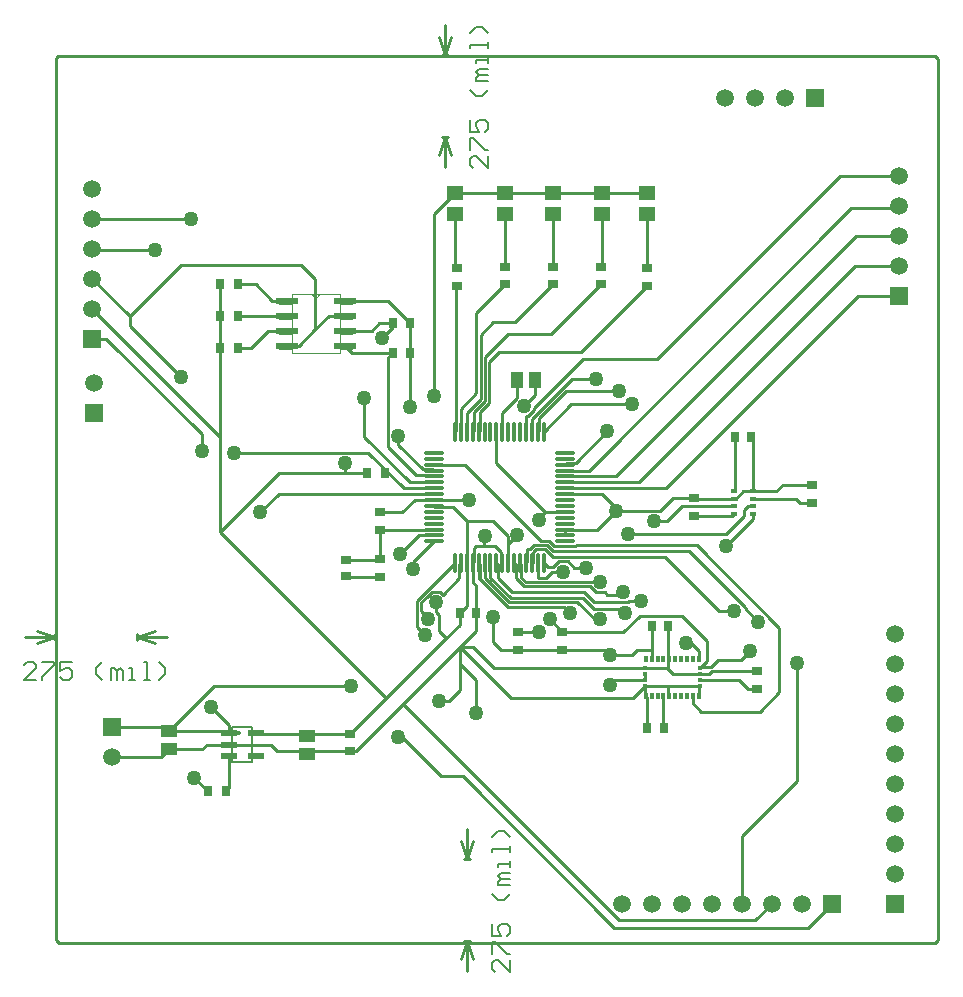
<source format=gtl>
G04*
G04 #@! TF.GenerationSoftware,Altium Limited,Altium Designer,18.1.7 (191)*
G04*
G04 Layer_Physical_Order=1*
G04 Layer_Color=255*
%FSLAX25Y25*%
%MOIN*%
G70*
G01*
G75*
%ADD13C,0.01181*%
%ADD15C,0.00600*%
%ADD16C,0.00500*%
%ADD17C,0.01000*%
%ADD18C,0.00000*%
%ADD19R,0.03543X0.02756*%
%ADD20R,0.01968X0.01378*%
%ADD21R,0.03150X0.03543*%
%ADD22R,0.05512X0.04724*%
%ADD23R,0.02756X0.03543*%
%ADD24O,0.07087X0.01181*%
%ADD25O,0.01181X0.07087*%
%ADD26R,0.03543X0.03150*%
%ADD27R,0.05512X0.04331*%
%ADD28R,0.05472X0.02284*%
%ADD29R,0.01181X0.02067*%
%ADD30R,0.01673X0.01181*%
%ADD31R,0.07800X0.02200*%
%ADD32R,0.04331X0.05512*%
%ADD51R,0.05906X0.05906*%
%ADD52C,0.05906*%
%ADD53R,0.05906X0.05906*%
%ADD54C,0.05000*%
D13*
X161043Y169524D02*
X160256D01*
X161043D01*
D15*
X243896Y361656D02*
Y357658D01*
X239897Y361656D01*
X238898D01*
X237898Y360657D01*
Y358657D01*
X238898Y357658D01*
X237898Y363656D02*
Y367654D01*
X238898D01*
X242896Y363656D01*
X243896D01*
X237898Y373652D02*
Y369654D01*
X240897D01*
X239897Y371653D01*
Y372653D01*
X240897Y373652D01*
X242896D01*
X243896Y372653D01*
Y370653D01*
X242896Y369654D01*
X243896Y383649D02*
X241897Y381650D01*
X239897D01*
X237898Y383649D01*
X243896Y386648D02*
X239897D01*
Y387648D01*
X240897Y388648D01*
X243896D01*
X240897D01*
X239897Y389647D01*
X240897Y390647D01*
X243896D01*
Y392646D02*
Y394646D01*
Y393646D01*
X239897D01*
Y392646D01*
X243896Y397645D02*
Y399644D01*
Y398644D01*
X237898D01*
Y397645D01*
X243896Y402643D02*
X241897Y404642D01*
X239897D01*
X237898Y402643D01*
X251187Y93656D02*
Y89658D01*
X247189Y93656D01*
X246189D01*
X245189Y92657D01*
Y90657D01*
X246189Y89658D01*
X245189Y95656D02*
Y99654D01*
X246189D01*
X250188Y95656D01*
X251187D01*
X245189Y105652D02*
Y101654D01*
X248188D01*
X247189Y103653D01*
Y104653D01*
X248188Y105652D01*
X250188D01*
X251187Y104653D01*
Y102653D01*
X250188Y101654D01*
X251187Y115649D02*
X249188Y113650D01*
X247189D01*
X245189Y115649D01*
X251187Y118648D02*
X247189D01*
Y119648D01*
X248188Y120648D01*
X251187D01*
X248188D01*
X247189Y121647D01*
X248188Y122647D01*
X251187D01*
Y124646D02*
Y126646D01*
Y125646D01*
X247189D01*
Y124646D01*
X251187Y129645D02*
Y131644D01*
Y130644D01*
X245189D01*
Y129645D01*
X251187Y134643D02*
X249188Y136642D01*
X247189D01*
X245189Y134643D01*
X93156Y187104D02*
X89158D01*
X93156Y191103D01*
Y192102D01*
X92157Y193102D01*
X90157D01*
X89158Y192102D01*
X95156Y193102D02*
X99154D01*
Y192102D01*
X95156Y188104D01*
Y187104D01*
X105152Y193102D02*
X101154D01*
Y190103D01*
X103153Y191103D01*
X104153D01*
X105152Y190103D01*
Y188104D01*
X104153Y187104D01*
X102153D01*
X101154Y188104D01*
X115149Y187104D02*
X113150Y189103D01*
Y191103D01*
X115149Y193102D01*
X118148Y187104D02*
Y191103D01*
X119148D01*
X120148Y190103D01*
Y187104D01*
Y190103D01*
X121147Y191103D01*
X122147Y190103D01*
Y187104D01*
X124146D02*
X126146D01*
X125146D01*
Y191103D01*
X124146D01*
X129145Y187104D02*
X131144D01*
X130144D01*
Y193102D01*
X129145D01*
X134143Y187104D02*
X136142Y189103D01*
Y191103D01*
X134143Y193102D01*
D16*
X165346Y159650D02*
Y171461D01*
X158654Y159650D02*
X165346D01*
X158654D02*
Y171461D01*
X165346D01*
D17*
X299374Y240000D02*
X303689D01*
X308638Y244949D01*
X326000D01*
X281937Y249063D02*
X287000Y244000D01*
X305433Y247744D02*
X312500D01*
X301173Y243484D02*
X305433Y247744D01*
X286484Y243484D02*
X301173D01*
X312736Y247508D02*
X326000D01*
X286484Y243484D02*
X287000Y244000D01*
X323292Y235792D02*
X329292Y241792D01*
X290692Y235792D02*
X323292D01*
X329292Y241792D02*
Y243776D01*
X326000Y250067D02*
X326118Y250185D01*
Y268000D01*
X328946Y250067D02*
X332299D01*
X326387Y247508D02*
X328946Y250067D01*
X326000Y247508D02*
X326387D01*
X332299Y250067D02*
Y267331D01*
X331630Y268000D02*
X332299Y267331D01*
X323292Y231792D02*
X332299Y240799D01*
X329292Y243776D02*
X330465Y244949D01*
X332299Y240799D02*
Y242390D01*
X325449Y241839D02*
X326000Y242390D01*
X312500Y241839D02*
X325449D01*
X313500Y232000D02*
X341000Y204500D01*
X310808Y230000D02*
X329400Y211408D01*
X302895Y228016D02*
X320927Y209984D01*
X308638Y208500D02*
X317000Y200138D01*
X294500Y208500D02*
X308638D01*
X289000Y203000D02*
X294500Y208500D01*
X268500Y203000D02*
X289000D01*
X292000Y195500D02*
X293594Y197094D01*
X284500Y195500D02*
X292000D01*
X304000Y194474D02*
Y205000D01*
X268500Y197094D02*
X282406D01*
X251697Y181000D02*
X292156D01*
X282406Y197094D02*
X284500Y195000D01*
X330465Y244949D02*
X332299D01*
X312500Y247744D02*
X312736Y247508D01*
X332299Y250067D02*
X340000D01*
X342067Y252134D01*
X352000D01*
X347772Y246228D02*
X352000D01*
X346492Y247508D02*
X347772Y246228D01*
X332299Y247508D02*
X346492D01*
X214046Y168213D02*
X215087D01*
X228299Y155000D01*
X248156Y227114D02*
X248634D01*
X296843Y171000D02*
Y181455D01*
X245839Y190953D02*
X296203D01*
X238791Y198000D02*
X245839Y190953D01*
X303455D02*
X305424Y188984D01*
X296203Y190953D02*
X303455D01*
X292156Y181000D02*
X296203Y185047D01*
X234697Y198000D02*
X251697Y181000D01*
X284500Y185500D02*
Y186032D01*
X285484Y187016D01*
X296203D01*
X290808Y213500D02*
X295000D01*
X290408Y213100D02*
X290808Y213500D01*
X279265Y210735D02*
X289500D01*
X310000Y199500D02*
X311594D01*
X196000Y256000D02*
X203594D01*
X174189D02*
X196000D01*
X196213Y256213D02*
Y259500D01*
X196000Y256000D02*
X196213Y256213D01*
X204037Y262900D02*
X215906Y251031D01*
X159215Y262900D02*
X204037D01*
X159157Y262843D02*
X159215Y262900D01*
X218000Y278200D02*
Y296200D01*
X225799Y281701D02*
Y342299D01*
X168000Y243000D02*
X174063Y249063D01*
X225799D01*
X214046Y265598D02*
Y268546D01*
X210646Y294751D02*
X212094Y296200D01*
X210646Y264834D02*
X220033Y255447D01*
X210646Y264834D02*
Y294751D01*
X214046Y265598D02*
X222229Y257415D01*
X225321D01*
X225799Y256937D01*
X293594Y197094D02*
X298012D01*
X296203Y187016D02*
Y188984D01*
X236094Y258906D02*
X261528Y233472D01*
X225799Y258906D02*
X236094D01*
X265838Y231824D02*
X273070D01*
X264191Y233472D02*
X265838Y231824D01*
X261528Y233472D02*
X264191D01*
X250602Y232602D02*
Y235051D01*
X260923Y241143D02*
X262937Y243157D01*
X260923Y240500D02*
Y241143D01*
X250602Y232602D02*
X253594Y235594D01*
X250602Y226228D02*
Y232602D01*
X225799Y247094D02*
X237406D01*
X255956Y278500D02*
X259500Y282044D01*
X259356Y277856D02*
X275500Y294000D01*
X259356Y277092D02*
Y277856D01*
X257365Y275100D02*
X259356Y277092D01*
X256600Y275100D02*
X257365D01*
X256508Y275008D02*
X256600Y275100D01*
X259500Y282044D02*
Y287000D01*
X245654Y240000D02*
X250602Y235051D01*
X237000Y240000D02*
X245654D01*
X232352Y244648D02*
X237000Y240000D01*
X226277Y244648D02*
X232352D01*
X237000Y226406D02*
Y240000D01*
X242500Y231728D02*
X246226D01*
X239796D02*
X242500D01*
X280252Y237252D02*
X286484Y243484D01*
X242500Y231728D02*
Y234500D01*
X243000Y235000D01*
X269500Y249063D02*
X281937D01*
X269500Y237252D02*
X280252D01*
X269500Y235283D02*
Y237252D01*
X248634Y226228D02*
Y227114D01*
X248156D02*
Y229799D01*
X246226Y231728D02*
X248156Y229799D01*
X239269Y231201D02*
X239796Y231728D01*
X239269Y226706D02*
Y231201D01*
X238791Y226228D02*
X239269Y226706D01*
X259247Y232072D02*
X263611D01*
X263031Y230672D02*
X265703Y228000D01*
X259827Y230672D02*
X263031D01*
X265682Y230000D02*
X310808D01*
X263611Y232072D02*
X265682Y230000D01*
X267012Y228016D02*
X302895D01*
X266995Y228000D02*
X267012Y228016D01*
X265703Y228000D02*
X266995D01*
X273246Y232000D02*
X313500D01*
X273070Y231824D02*
X273246Y232000D01*
X270408Y226616D02*
X272568Y224457D01*
X267592Y226616D02*
X270408D01*
X265592Y224616D02*
X267592Y226616D01*
X265216Y223216D02*
X269000D01*
X270415Y219823D02*
X281323D01*
X270408Y219816D02*
X270415Y219823D01*
X256456Y219816D02*
X270408D01*
X270995Y218423D02*
X277915D01*
X270988Y218416D02*
X270995Y218423D01*
X255876Y218416D02*
X270988D01*
X251976Y216423D02*
X276000D01*
X236823Y226228D02*
X237000Y226406D01*
X225799Y245126D02*
X226277Y244648D01*
X262937Y243157D02*
X269500D01*
X246665Y259429D02*
X262937Y243157D01*
X246665Y259429D02*
Y269929D01*
X264382Y207335D02*
X268500Y203216D01*
Y203000D02*
Y203216D01*
X288094Y215594D02*
X289000Y216500D01*
X283560Y215594D02*
X288094D01*
X282731Y216423D02*
X283560Y215594D01*
X289500Y209500D02*
Y210735D01*
X273672Y213100D02*
X279437Y207335D01*
X269365Y211370D02*
X271235Y209500D01*
X250568Y211370D02*
X269365D01*
X250818Y213100D02*
X273672D01*
X251398Y214500D02*
X275500D01*
X279265Y210735D01*
X241238Y220700D02*
X250568Y211370D01*
X241238Y220700D02*
Y225750D01*
X240760Y226228D02*
X241238Y225750D01*
X272568Y224457D02*
X276500D01*
X264025Y224616D02*
X265592D01*
X262413Y226228D02*
X264025Y224616D01*
X260445Y221272D02*
Y226228D01*
Y221272D02*
X260500Y221216D01*
X263216D01*
X265216Y223216D01*
X253049Y221244D02*
X255876Y218416D01*
X255017Y221255D02*
X256456Y219816D01*
X228715Y215594D02*
Y215594D01*
X227908Y216400D02*
X228715Y215594D01*
X224000Y207500D02*
Y207692D01*
X221600Y210092D02*
X224000Y207692D01*
X223537Y214900D02*
X223592D01*
X225092Y216400D01*
X227908D01*
X228715Y215594D02*
X234376Y221255D01*
X227400Y203600D02*
Y208908D01*
Y203600D02*
X230000Y201000D01*
X226500Y209808D02*
Y213000D01*
Y209808D02*
X227400Y208908D01*
X220200Y204761D02*
Y213543D01*
Y204761D02*
X223000Y201961D01*
X220200Y213543D02*
X232886Y226228D01*
X221600Y210092D02*
Y212963D01*
X223537Y214900D01*
X234376Y221255D02*
Y225750D01*
X234854Y226228D01*
X210000Y181000D02*
X230000Y201000D01*
X215500Y179000D02*
X234500Y198000D01*
X236823Y211835D02*
Y226228D01*
X234488Y209500D02*
X236823Y211835D01*
X276000Y216423D02*
X279323Y213100D01*
X240760Y220918D02*
Y226228D01*
X279437Y207335D02*
X281154D01*
X242728Y221189D02*
X250818Y213100D01*
X242728Y221189D02*
Y226228D01*
X244697Y221201D02*
Y226228D01*
Y221201D02*
X251398Y214500D01*
X279323Y213100D02*
X290408D01*
X247143Y221255D02*
X251976Y216423D01*
X247143Y221255D02*
Y225751D01*
X246665Y226228D02*
X247143Y225751D01*
X298417Y197500D02*
Y204929D01*
X248146Y197055D02*
X254000D01*
X279914Y216423D02*
X282731D01*
X277915Y218423D02*
X279914Y216423D01*
X253049Y221244D02*
Y225750D01*
X252571Y226228D02*
X253049Y225750D01*
X255017Y221255D02*
Y225751D01*
X254539Y226228D02*
X255017Y225751D01*
X329400Y211100D02*
X334000Y206500D01*
X329400Y211100D02*
Y211408D01*
X257847Y230672D02*
X259247Y232072D01*
X256986Y230672D02*
X257847D01*
X256986Y226706D02*
Y230672D01*
X256508Y226228D02*
X256986Y226706D01*
X320943Y210000D02*
X326000D01*
X320927Y209984D02*
X320943Y210000D01*
X258954Y226228D02*
Y229799D01*
X259827Y230672D01*
X258476Y226228D02*
X258954D01*
X217752Y253000D02*
X225799D01*
X202597Y268155D02*
X217752Y253000D01*
X202597Y268155D02*
Y281000D01*
X215906Y251031D02*
X225799D01*
X154594Y236406D02*
X174189Y256000D01*
X208500Y301200D02*
X212094Y304794D01*
X198500Y296200D02*
X212094D01*
X196200Y298500D02*
X198500Y296200D01*
X212094Y304794D02*
Y306000D01*
X225321Y255447D02*
X225799Y254969D01*
X220033Y255447D02*
X225321D01*
X234500Y192516D02*
Y198000D01*
Y183657D02*
Y192516D01*
Y198000D02*
X234697D01*
X234500Y192516D02*
X240000Y187016D01*
Y176000D02*
Y187016D01*
X225799Y342299D02*
X233000Y349500D01*
X186335Y304000D02*
X190835Y308500D01*
X180835Y298500D02*
X186335Y304000D01*
X124500Y308370D02*
X141630Y325500D01*
X181500D01*
X186335Y320665D01*
Y304000D02*
Y320665D01*
X154594Y236406D02*
Y268500D01*
X190835Y308500D02*
X196200D01*
X176800Y298500D02*
X180835D01*
X112000Y300870D02*
X116630D01*
X148500Y269000D01*
Y263500D02*
Y269000D01*
X219500Y247094D02*
X225799D01*
X230843Y180000D02*
X234500Y183657D01*
X227500Y180000D02*
X230843D01*
X124500Y305000D02*
X141500Y288000D01*
X124500Y305000D02*
Y308370D01*
X112000Y320870D02*
X124500Y308370D01*
X112000Y310870D02*
X154370Y268500D01*
X154594D01*
Y297854D01*
X112000Y330870D02*
X112370Y330500D01*
X133000D01*
X219000Y224177D02*
Y226516D01*
X225799Y233315D01*
X230000Y201000D02*
X234488Y205488D01*
X112000Y340870D02*
X145000D01*
X214500Y228953D02*
X220831Y235283D01*
X207772Y237047D02*
X225594D01*
X220831Y235283D02*
X225799D01*
X273070Y259383D02*
X283665Y269979D01*
X269978Y259383D02*
X273070D01*
X269500Y258906D02*
X269978Y259383D01*
X303131Y251031D02*
X367100Y315000D01*
X294272Y253000D02*
X366272Y325000D01*
X381000D01*
X277437Y256937D02*
X365000Y344500D01*
X269500Y256937D02*
X277437D01*
X271484Y279000D02*
X292000D01*
X262413Y269929D02*
X271484Y279000D01*
X269980Y283500D02*
X287500D01*
X258476Y273976D02*
X272000Y287500D01*
X258476Y269929D02*
Y273976D01*
X272000Y287500D02*
X280000D01*
X256508Y269929D02*
Y275008D01*
X275500Y294000D02*
X300071D01*
X274772Y296476D02*
X296843Y318547D01*
X260923Y274443D02*
X269980Y283500D01*
X260923Y270407D02*
Y274443D01*
X260445Y269929D02*
X260923Y270407D01*
X137500Y169953D02*
X152547Y185000D01*
X198299D01*
X198000Y169000D02*
X210000Y181000D01*
X228299Y155000D02*
X235500D01*
X286000Y104500D01*
X350500D01*
X358500Y112500D01*
X314827Y191368D02*
X317000Y193541D01*
X328500Y112500D02*
Y135000D01*
X347000Y153500D01*
Y192862D01*
X328174Y193674D02*
X331161Y196661D01*
X320674Y193674D02*
X328174D01*
X318368Y191368D02*
X320674Y193674D01*
X314827Y191368D02*
X318368D01*
X314411Y190953D02*
X314827Y191368D01*
X199988Y163488D02*
X215500Y179000D01*
X215508D01*
X287508Y107000D01*
X333000D01*
X338500Y112500D01*
X341000Y183000D02*
Y204500D01*
X334500Y176500D02*
X341000Y183000D01*
X314984Y176500D02*
X334500D01*
X327484Y187016D02*
X330437Y184063D01*
X314411Y187016D02*
X327484D01*
X312197Y179287D02*
X314984Y176500D01*
X312197Y179287D02*
Y181848D01*
X303502Y185000D02*
X303550Y185047D01*
X314411D01*
X314165Y184801D02*
X314411Y185047D01*
X314165Y181848D02*
Y184801D01*
X302354Y171000D02*
Y181848D01*
X218000Y296200D02*
Y306000D01*
X210500Y313500D02*
X218000Y306000D01*
X196200Y313500D02*
X210500D01*
X207665Y306000D02*
X212094D01*
X205165Y303500D02*
X207665Y306000D01*
X196200Y303500D02*
X205165D01*
X240760Y269929D02*
X241238Y270407D01*
Y276455D01*
X244300Y279517D01*
Y293150D01*
X247626Y296476D01*
X274772D01*
X238791Y269929D02*
X239269Y270407D01*
Y276467D01*
X242900Y280097D01*
Y294722D01*
X250678Y302500D01*
X265000D01*
X281500Y319000D01*
X236823Y269929D02*
Y276000D01*
X241500Y280677D01*
Y302272D01*
X245563Y306335D01*
X252835D01*
X265500Y319000D01*
X240000Y309382D02*
X249618Y319000D01*
X240000Y282646D02*
Y309382D01*
X234854Y277500D02*
X240000Y282646D01*
X234854Y269929D02*
Y277500D01*
X232886Y269929D02*
X233364Y270407D01*
Y318435D01*
X233476Y318547D01*
X296843Y324453D02*
Y342413D01*
X281500Y324906D02*
X282000Y325406D01*
Y342413D01*
X265500Y324906D02*
Y342413D01*
X249618Y324906D02*
Y342457D01*
X233000Y324929D02*
X233476Y324453D01*
X233000Y324929D02*
Y342413D01*
X282000Y349500D02*
X296843D01*
X265500D02*
X282000D01*
X265457Y349543D02*
X265500Y349500D01*
X249618Y349543D02*
X265457D01*
X249575Y349500D02*
X249618Y349543D01*
X233000Y349500D02*
X249575D01*
X154594Y236406D02*
X210000Y181000D01*
X154500Y308500D02*
X154594Y308406D01*
Y297854D02*
Y308406D01*
X154500Y308500D02*
X154547Y308547D01*
Y319000D01*
X160453D02*
X166500D01*
X172000Y313500D01*
X176800D01*
X170500Y303500D02*
X176800D01*
X164854Y297854D02*
X170500Y303500D01*
X160500Y297854D02*
X164854D01*
X160406Y308500D02*
X176800D01*
X298417Y194152D02*
Y197500D01*
X298012Y197094D02*
X298417Y197500D01*
X268461Y197055D02*
X268500Y197094D01*
X254000Y197055D02*
X268461D01*
X245500Y199701D02*
X248146Y197055D01*
X245500Y199701D02*
Y208000D01*
X157413Y169295D02*
Y172087D01*
X151500Y178000D02*
X157413Y172087D01*
X146000Y154500D02*
X150500Y150000D01*
X156406D02*
X157413Y151008D01*
Y161815D01*
X150055Y165555D02*
X157413D01*
X148547Y164047D02*
X150055Y165555D01*
X137500Y164047D02*
X148547D01*
X134953Y161500D02*
X137500Y164047D01*
X118500Y161500D02*
X134953D01*
X156756Y169953D02*
X157413Y169295D01*
X137500Y169953D02*
X156756D01*
X135953Y171500D02*
X137500Y169953D01*
X118500Y171500D02*
X135953D01*
X157413Y165555D02*
X171445D01*
X173709Y163291D01*
X183500D01*
X166587Y169295D02*
X166685Y169197D01*
X183500D01*
X317000Y193541D02*
Y200138D01*
X298417Y204929D02*
X298488Y205000D01*
X314165Y194152D02*
Y196929D01*
X311594Y199500D02*
X314165Y196929D01*
X254000Y202961D02*
X261039D01*
X296203Y182094D02*
Y185047D01*
Y182094D02*
X296449Y181848D01*
X305424Y188984D02*
X314411D01*
X303455Y190953D02*
X303845Y191343D01*
Y193674D01*
X304323Y194152D01*
X296203Y185047D02*
X296250Y185000D01*
X303502D01*
X303845Y184657D01*
Y182326D02*
Y184657D01*
Y182326D02*
X304323Y181848D01*
X234697Y198000D02*
X238791D01*
X234500D02*
X240000Y203500D01*
Y209500D01*
X198000Y163488D02*
X199988D01*
X234488Y205488D02*
Y209500D01*
X183500Y163291D02*
X197803D01*
X183500Y169197D02*
X197803D01*
X304000Y194474D02*
X304323Y194152D01*
X314411Y188984D02*
X317484D01*
X318468Y189968D01*
X333500D01*
X330437Y184063D02*
X333500D01*
X296449Y181848D02*
X296843Y181455D01*
X300071Y294000D02*
X361071Y355000D01*
X381000D01*
X365000Y344500D02*
X380500D01*
X381000Y345000D01*
X366500Y335000D02*
X381000D01*
X286469Y254969D02*
X366500Y335000D01*
X269500Y254969D02*
X286469D01*
X269500Y253000D02*
X294272D01*
X367100Y315000D02*
X381000D01*
X269500Y251031D02*
X303131D01*
X248634Y269929D02*
Y276000D01*
X253594Y280961D01*
Y287000D01*
X207484Y227213D02*
X207772Y227500D01*
X196500Y227213D02*
X207484D01*
X196500Y221701D02*
X196606Y221594D01*
X207772D01*
Y227500D02*
Y237047D01*
X225594D02*
X225799Y237252D01*
X215358Y242953D02*
X219500Y247094D01*
X207772Y242953D02*
X215358D01*
X238791Y219709D02*
Y226228D01*
Y219709D02*
X240000Y218500D01*
Y209500D02*
Y218500D01*
X197803Y163291D02*
X198000Y163488D01*
X197803Y169197D02*
X198000Y169000D01*
X228500Y395500D02*
X230500D01*
X228500Y368000D02*
X230500D01*
X229500Y395500D02*
X231500Y401500D01*
X227500D02*
X229500Y395500D01*
Y368000D02*
X231500Y362000D01*
X227500D02*
X229500Y368000D01*
Y395500D02*
Y405500D01*
Y358000D02*
Y368000D01*
X235791Y127500D02*
X237791D01*
X235791Y100000D02*
X237791D01*
X236791Y127500D02*
X238791Y133500D01*
X234791D02*
X236791Y127500D01*
Y100000D02*
X238791Y94000D01*
X234791D02*
X236791Y100000D01*
Y127500D02*
Y137500D01*
Y90000D02*
Y100000D01*
X127000Y200500D02*
Y202500D01*
X99500Y200500D02*
Y202500D01*
X127000Y201500D02*
X133000Y199500D01*
X127000Y201500D02*
X133000Y203500D01*
X93500Y199500D02*
X99500Y201500D01*
X93500Y203500D02*
X99500Y201500D01*
X127000D02*
X137000D01*
X89500D02*
X99500D01*
X394000Y100500D02*
Y394000D01*
X393000Y99500D02*
X394000Y100500D01*
X101000Y99500D02*
X393000D01*
X100000Y100500D02*
X101000Y99500D01*
X100000Y100500D02*
Y394500D01*
X100500Y395000D01*
X393000D01*
X394000Y394000D01*
D18*
X185300Y315800D02*
X185652Y314951D01*
X186500Y314600D01*
X187348Y314951D01*
X187700Y315800D01*
X178600Y296200D02*
Y315800D01*
X185300D01*
X187700D01*
X194400D01*
Y296200D02*
Y315800D01*
X178600Y296200D02*
X194400D01*
Y314500D02*
X198700D01*
Y312500D02*
Y314500D01*
X194400Y312500D02*
X198700D01*
X194400D02*
Y314500D01*
Y309500D02*
X198700D01*
Y307500D02*
Y309500D01*
X194400Y307500D02*
X198700D01*
X194400D02*
Y309500D01*
Y304500D02*
X198700D01*
Y302500D02*
Y304500D01*
X194400Y302500D02*
X198700D01*
X194400D02*
Y304500D01*
Y299500D02*
X198700D01*
Y297500D02*
Y299500D01*
X194400Y297500D02*
X198700D01*
X194400D02*
Y299500D01*
X174300Y297500D02*
X178600D01*
X174300D02*
Y299500D01*
X178600D01*
Y297500D02*
Y299500D01*
X174300Y302500D02*
X178600D01*
X174300D02*
Y304500D01*
X178600D01*
Y302500D02*
Y304500D01*
X174300Y307500D02*
X178600D01*
X174300D02*
Y309500D01*
X178600D01*
Y307500D02*
Y309500D01*
X174300Y312500D02*
X178600D01*
X174300D02*
Y314500D01*
X178600D01*
Y312500D02*
Y314500D01*
D19*
X312500Y241839D02*
D03*
Y247744D02*
D03*
X352000Y252134D02*
D03*
Y246228D02*
D03*
X296843Y318547D02*
D03*
Y324453D02*
D03*
X281500Y319000D02*
D03*
Y324906D02*
D03*
X265500Y319000D02*
D03*
Y324906D02*
D03*
X249618Y319000D02*
D03*
Y324906D02*
D03*
X233476Y318547D02*
D03*
Y324453D02*
D03*
X268500Y203000D02*
D03*
Y197094D02*
D03*
X254000Y202961D02*
D03*
Y197055D02*
D03*
X333500Y184063D02*
D03*
Y189968D02*
D03*
X207772Y237047D02*
D03*
Y242953D02*
D03*
Y221594D02*
D03*
Y227500D02*
D03*
D20*
X332299Y247508D02*
D03*
X326000D02*
D03*
X332299Y244949D02*
D03*
X326000D02*
D03*
Y250067D02*
D03*
X332299D02*
D03*
Y242390D02*
D03*
X326000D02*
D03*
D21*
X326118Y268000D02*
D03*
X331630D02*
D03*
X234488Y209500D02*
D03*
X240000D02*
D03*
X302500Y171000D02*
D03*
X296988D02*
D03*
X298488Y205000D02*
D03*
X304000D02*
D03*
D22*
X296843Y349500D02*
D03*
Y342413D02*
D03*
X282000Y349500D02*
D03*
Y342413D02*
D03*
X265500Y349500D02*
D03*
Y342413D02*
D03*
X249618Y349543D02*
D03*
Y342457D02*
D03*
X233000Y349500D02*
D03*
Y342413D02*
D03*
D23*
X209500Y256000D02*
D03*
X203594D02*
D03*
X156406Y150000D02*
D03*
X150500D02*
D03*
X218000Y306000D02*
D03*
X212094D02*
D03*
X218000Y296200D02*
D03*
X212094D02*
D03*
X160500Y297854D02*
D03*
X154594D02*
D03*
X160406Y308500D02*
D03*
X154500D02*
D03*
X160453Y319000D02*
D03*
X154547D02*
D03*
D24*
X225799Y262843D02*
D03*
Y260874D02*
D03*
Y258906D02*
D03*
Y256937D02*
D03*
Y254969D02*
D03*
Y253000D02*
D03*
Y251031D02*
D03*
Y249063D02*
D03*
Y247094D02*
D03*
Y245126D02*
D03*
Y243157D02*
D03*
Y241189D02*
D03*
Y239220D02*
D03*
Y237252D02*
D03*
Y235283D02*
D03*
Y233315D02*
D03*
X269500D02*
D03*
Y235283D02*
D03*
Y237252D02*
D03*
Y239220D02*
D03*
Y241189D02*
D03*
Y243157D02*
D03*
Y245126D02*
D03*
Y247094D02*
D03*
Y249063D02*
D03*
Y251031D02*
D03*
Y253000D02*
D03*
Y254969D02*
D03*
Y256937D02*
D03*
Y258906D02*
D03*
Y260874D02*
D03*
Y262843D02*
D03*
D25*
X232886Y226228D02*
D03*
X234854D02*
D03*
X236823D02*
D03*
X238791D02*
D03*
X240760D02*
D03*
X242728D02*
D03*
X244697D02*
D03*
X246665D02*
D03*
X248634D02*
D03*
X250602D02*
D03*
X252571D02*
D03*
X254539D02*
D03*
X256508D02*
D03*
X258476D02*
D03*
X260445D02*
D03*
X262413D02*
D03*
Y269929D02*
D03*
X260445D02*
D03*
X258476D02*
D03*
X256508D02*
D03*
X254539D02*
D03*
X252571D02*
D03*
X250602D02*
D03*
X248634D02*
D03*
X246665D02*
D03*
X244697D02*
D03*
X242728D02*
D03*
X240760D02*
D03*
X238791D02*
D03*
X236823D02*
D03*
X234854D02*
D03*
X232886D02*
D03*
D26*
X198000Y169000D02*
D03*
Y163488D02*
D03*
X196500Y221701D02*
D03*
Y227213D02*
D03*
D27*
X183500Y168508D02*
D03*
Y162602D02*
D03*
X137500Y169953D02*
D03*
Y164047D02*
D03*
D28*
X166587Y169295D02*
D03*
Y161815D02*
D03*
X157413D02*
D03*
Y165555D02*
D03*
Y169295D02*
D03*
D29*
X298417Y194152D02*
D03*
X300386D02*
D03*
X302354D02*
D03*
X304323D02*
D03*
X306291D02*
D03*
X308260D02*
D03*
X310228D02*
D03*
X312197D02*
D03*
X314165D02*
D03*
Y181848D02*
D03*
X312197D02*
D03*
X310228D02*
D03*
X308260D02*
D03*
X306291D02*
D03*
X304323D02*
D03*
X302354D02*
D03*
X300386D02*
D03*
X298417D02*
D03*
X296449D02*
D03*
Y194152D02*
D03*
D30*
X314411Y190953D02*
D03*
Y188984D02*
D03*
Y187016D02*
D03*
Y185047D02*
D03*
X296203D02*
D03*
Y187016D02*
D03*
Y188984D02*
D03*
Y190953D02*
D03*
D31*
X196200Y313500D02*
D03*
Y308500D02*
D03*
Y303500D02*
D03*
Y298500D02*
D03*
X176800D02*
D03*
Y303500D02*
D03*
Y308500D02*
D03*
Y313500D02*
D03*
D32*
X259500Y287000D02*
D03*
X253594D02*
D03*
D51*
X112500Y276000D02*
D03*
X118500Y171500D02*
D03*
X379500Y112500D02*
D03*
X381000Y315000D02*
D03*
X112000Y300870D02*
D03*
D52*
X112500Y286000D02*
D03*
X118500Y161500D02*
D03*
X379500Y132500D02*
D03*
Y202500D02*
D03*
Y192500D02*
D03*
Y182500D02*
D03*
Y172500D02*
D03*
Y162500D02*
D03*
Y152500D02*
D03*
Y142500D02*
D03*
Y122500D02*
D03*
X288500Y112500D02*
D03*
X298500D02*
D03*
X308500D02*
D03*
X318500D02*
D03*
X328500D02*
D03*
X338500D02*
D03*
X348500D02*
D03*
X381000Y325000D02*
D03*
Y335000D02*
D03*
Y345000D02*
D03*
Y355000D02*
D03*
X343000Y381000D02*
D03*
X333000D02*
D03*
X323000D02*
D03*
X112000Y310870D02*
D03*
Y320870D02*
D03*
Y330870D02*
D03*
Y340870D02*
D03*
Y350870D02*
D03*
D53*
X358500Y112500D02*
D03*
X353000Y381000D02*
D03*
D54*
X299374Y240000D02*
D03*
X323292Y231792D02*
D03*
X290692Y235792D02*
D03*
X214046Y168213D02*
D03*
X284500Y195500D02*
D03*
Y185500D02*
D03*
X295000Y213500D02*
D03*
X310000Y199500D02*
D03*
X196213Y259500D02*
D03*
X218000Y278200D02*
D03*
X225799Y281701D02*
D03*
X168000Y243000D02*
D03*
X214046Y268546D02*
D03*
X260923Y240500D02*
D03*
X253594Y235594D02*
D03*
X237406Y247094D02*
D03*
X255956Y278500D02*
D03*
X243000Y235000D02*
D03*
X286484Y243484D02*
D03*
X269000Y223216D02*
D03*
X264382Y207335D02*
D03*
X276500Y224457D02*
D03*
X226500Y213000D02*
D03*
X224000Y207500D02*
D03*
X223000Y201961D02*
D03*
X271235Y209500D02*
D03*
X281154Y207335D02*
D03*
X289500Y209500D02*
D03*
X281323Y219823D02*
D03*
X289000Y216500D02*
D03*
X334000Y206500D02*
D03*
X326000Y210000D02*
D03*
X202597Y281000D02*
D03*
X208500Y301200D02*
D03*
X240000Y176000D02*
D03*
X148500Y263500D02*
D03*
X159157Y262843D02*
D03*
X227500Y180000D02*
D03*
X141500Y288000D02*
D03*
X133000Y330500D02*
D03*
X219000Y224177D02*
D03*
X145000Y340870D02*
D03*
X214500Y228953D02*
D03*
X283665Y269979D02*
D03*
X292000Y279000D02*
D03*
X287500Y283500D02*
D03*
X280000Y287500D02*
D03*
X198299Y185000D02*
D03*
X347000Y192862D02*
D03*
X331161Y196661D02*
D03*
X245500Y208000D02*
D03*
X151500Y178000D02*
D03*
X146000Y154500D02*
D03*
X261039Y202961D02*
D03*
M02*

</source>
